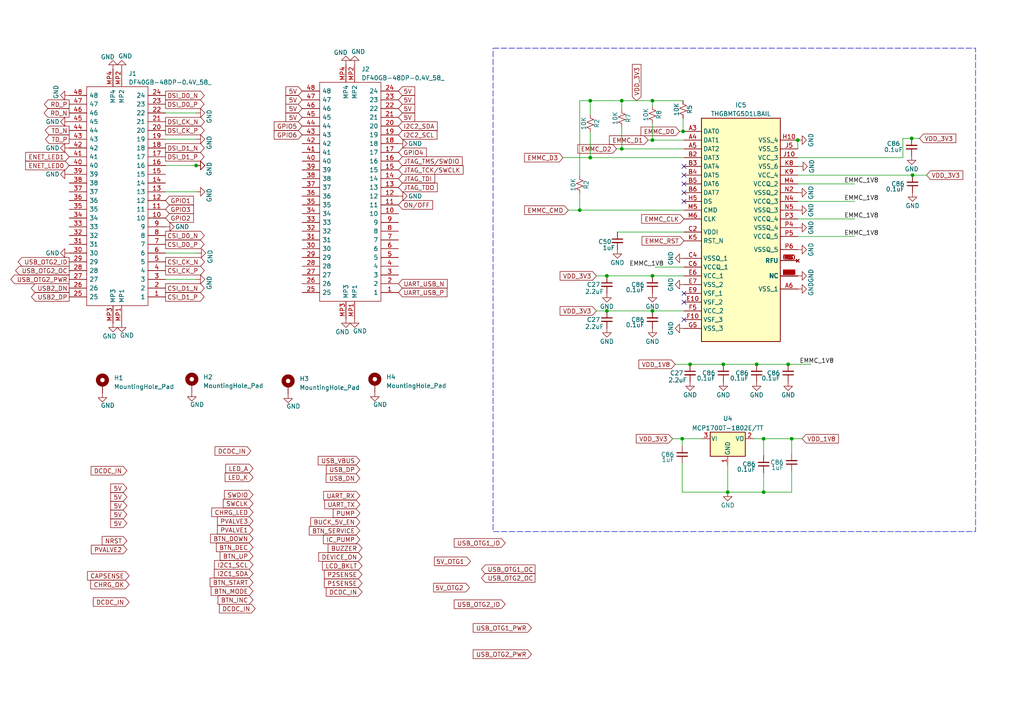
<source format=kicad_sch>
(kicad_sch (version 20230121) (generator eeschema)
  (paper "A4")
  (junction (at 171.196 29.21))
  (junction (at 176.022 80.01))
  (junction (at 221.488 142.748))
  (junction (at 56.896 48.006))
  (junction (at 228.6 105.664))
  (junction (at 231.394 40.64))
  (junction (at 200.152 105.664))
  (junction (at 189.23 80.01))
  (junction (at 209.804 105.664))
  (junction (at 180.34 43.18))
  (junction (at 221.488 127.254))
  (junction (at 171.196 45.72))
  (junction (at 229.616 127.254))
  (junction (at 168.148 60.96))
  (junction (at 198.12 38.1))
  (junction (at 211.074 142.748))
  (junction (at 219.456 105.664))
  (junction (at 189.23 40.64))
  (junction (at 180.34 29.21))
  (junction (at 176.022 90.17))
  (junction (at 264.414 40.132))
  (junction (at 197.866 127.254))
  (junction (at 189.23 90.17))
  (junction (at 189.23 29.21))
  (junction (at 264.668 50.8))
  (no_connect (at 198.374 87.63))
  (no_connect (at 198.374 53.34))
  (no_connect (at 198.374 48.26))
  (no_connect (at 198.374 50.8))
  (no_connect (at 198.374 85.09))
  (no_connect (at 198.374 55.88))
  (no_connect (at 198.374 92.71))
  (no_connect (at 198.374 58.42))
  (wire (pts (xy 200.152 105.664) (xy 209.804 105.664)))
  (wire (pts (xy 229.616 136.652) (xy 229.616 142.748)))
  (wire (pts (xy 171.196 29.21) (xy 180.34 29.21)))
  (wire (pts (xy 197.866 134.366) (xy 197.866 142.748)))
  (wire (pts (xy 48.006 73.406) (xy 57.15 73.406)))
  (wire (pts (xy 198.374 38.1) (xy 198.12 38.1)))
  (wire (pts (xy 180.34 36.83) (xy 180.34 43.18)))
  (wire (pts (xy 187.96 40.64) (xy 189.23 40.64)))
  (wire (pts (xy 231.394 63.5) (xy 247.904 63.5)))
  (wire (pts (xy 56.896 48.006) (xy 48.006 48.006)))
  (wire (pts (xy 197.866 142.748) (xy 211.074 142.748)))
  (wire (pts (xy 197.104 38.1) (xy 198.12 38.1)))
  (wire (pts (xy 211.074 134.874) (xy 211.074 142.748)))
  (wire (pts (xy 231.648 48.26) (xy 231.394 48.26)))
  (wire (pts (xy 189.23 35.814) (xy 189.23 40.64)))
  (wire (pts (xy 56.896 40.386) (xy 48.006 40.386)))
  (wire (pts (xy 197.866 127.254) (xy 197.866 129.286)))
  (wire (pts (xy 195.834 105.664) (xy 200.152 105.664)))
  (wire (pts (xy 229.616 127.254) (xy 232.664 127.254)))
  (wire (pts (xy 203.454 127.254) (xy 197.866 127.254)))
  (wire (pts (xy 189.23 90.17) (xy 198.374 90.17)))
  (wire (pts (xy 189.23 80.01) (xy 198.374 80.01)))
  (wire (pts (xy 211.074 142.748) (xy 221.488 142.748)))
  (wire (pts (xy 229.616 127.254) (xy 229.616 131.572)))
  (wire (pts (xy 261.874 40.132) (xy 261.874 45.72)))
  (wire (pts (xy 176.022 80.01) (xy 189.23 80.01)))
  (wire (pts (xy 231.394 68.58) (xy 247.904 68.58)))
  (wire (pts (xy 56.896 32.766) (xy 48.006 32.766)))
  (wire (pts (xy 198.374 40.64) (xy 189.23 40.64)))
  (wire (pts (xy 198.12 34.29) (xy 198.12 38.1)))
  (wire (pts (xy 56.896 55.626) (xy 48.006 55.626)))
  (wire (pts (xy 189.23 29.21) (xy 198.12 29.21)))
  (wire (pts (xy 264.414 40.132) (xy 261.874 40.132)))
  (wire (pts (xy 171.196 33.274) (xy 171.196 29.21)))
  (wire (pts (xy 171.196 45.72) (xy 198.374 45.72)))
  (wire (pts (xy 168.148 29.21) (xy 171.196 29.21)))
  (wire (pts (xy 266.7 40.132) (xy 264.414 40.132)))
  (wire (pts (xy 198.374 43.18) (xy 180.34 43.18)))
  (wire (pts (xy 218.694 127.254) (xy 221.488 127.254)))
  (wire (pts (xy 221.488 127.254) (xy 229.616 127.254)))
  (wire (pts (xy 178.816 43.18) (xy 180.34 43.18)))
  (wire (pts (xy 231.394 50.8) (xy 264.668 50.8)))
  (wire (pts (xy 189.992 77.47) (xy 198.374 77.47)))
  (wire (pts (xy 164.846 60.96) (xy 168.148 60.96)))
  (wire (pts (xy 171.196 38.354) (xy 171.196 45.72)))
  (wire (pts (xy 172.974 90.17) (xy 176.022 90.17)))
  (wire (pts (xy 231.394 40.64) (xy 231.394 43.18)))
  (wire (pts (xy 268.732 50.8) (xy 264.668 50.8)))
  (wire (pts (xy 176.022 90.17) (xy 189.23 90.17)))
  (wire (pts (xy 189.23 30.734) (xy 189.23 29.21)))
  (wire (pts (xy 168.148 60.96) (xy 198.374 60.96)))
  (wire (pts (xy 261.874 45.72) (xy 231.394 45.72)))
  (wire (pts (xy 228.6 105.664) (xy 235.204 105.664)))
  (wire (pts (xy 209.804 105.664) (xy 219.456 105.664)))
  (wire (pts (xy 221.488 127.254) (xy 221.488 132.08)))
  (wire (pts (xy 163.322 45.72) (xy 171.196 45.72)))
  (wire (pts (xy 221.488 142.748) (xy 229.616 142.748)))
  (wire (pts (xy 231.394 53.34) (xy 247.904 53.34)))
  (wire (pts (xy 180.34 29.21) (xy 189.23 29.21)))
  (wire (pts (xy 179.07 67.31) (xy 198.374 67.31)))
  (wire (pts (xy 221.488 137.16) (xy 221.488 142.748)))
  (wire (pts (xy 195.072 127.254) (xy 197.866 127.254)))
  (wire (pts (xy 180.34 31.75) (xy 180.34 29.21)))
  (wire (pts (xy 172.974 80.01) (xy 176.022 80.01)))
  (wire (pts (xy 219.456 105.664) (xy 228.6 105.664)))
  (wire (pts (xy 168.148 51.054) (xy 168.148 29.21)))
  (wire (pts (xy 168.148 56.134) (xy 168.148 60.96)))
  (wire (pts (xy 231.394 58.42) (xy 247.904 58.42)))
  (wire (pts (xy 56.896 81.026) (xy 48.006 81.026)))
  (rectangle (start 143.002 13.97) (end 282.956 154.178) (stroke (width 0) (type dash)))
  (label "EMMC_1V8" (at 244.856 63.5 0))
  (label "EMMC_1V8" (at 244.856 68.58 0))
  (label "EMMC_1V8" (at 244.856 58.42 0))
  (label "EMMC_1V8" (at 244.856 53.34 0))
  (label "EMMC_1V8" (at 192.532 77.47 180))
  (label "EMMC_1V8" (at 231.902 105.664 0))
  (global_label "USB_OTG1_ID" (shape input) (at 146.558 157.48 180) (property "Intersheetrefs" "${INTERSHEET_REFS}" (effects hide)))
  (global_label "BTN_MODE" (shape input) (at 73.406 171.45 180) (property "Intersheetrefs" "${INTERSHEET_REFS}" (effects hide)))
  (global_label "UART_USB_P" (shape input) (at 115.57 84.836 0) (property "Intersheetrefs" "${INTERSHEET_REFS}" (effects hide)))
  (global_label "EMMC_D2" (shape input) (at 178.816 43.18 180) (property "Intersheetrefs" "${INTERSHEET_REFS}" (effects hide)))
  (global_label "LED_K" (shape input) (at 73.406 138.43 180) (property "Intersheetrefs" "${INTERSHEET_REFS}" (effects hide)))
  (global_label "VDD_3V3" (shape input) (at 266.7 40.132 0) (property "Intersheetrefs" "${INTERSHEET_REFS}" (effects hide)))
  (global_label "USB_OTG2_PWR" (shape output) (at 20.066 81.026 180) (property "Intersheetrefs" "${INTERSHEET_REFS}" (effects hide)))
  (global_label "USB_OTG2_OC" (shape output) (at 20.066 78.486 180) (property "Intersheetrefs" "${INTERSHEET_REFS}" (effects hide)))
  (global_label "USB_OTG2_ID" (shape output) (at 20.066 75.946 180) (property "Intersheetrefs" "${INTERSHEET_REFS}" (effects hide)))
  (global_label "DSI_D1_N" (shape output) (at 48.006 42.926 0) (property "Intersheetrefs" "${INTERSHEET_REFS}" (effects hide)))
  (global_label "LCD_BKLT" (shape input) (at 105.029 164.084 180) (property "Intersheetrefs" "${INTERSHEET_REFS}" (effects hide)))
  (global_label "VDD_3V3" (shape input) (at 172.974 90.17 180) (property "Intersheetrefs" "${INTERSHEET_REFS}" (effects hide)))
  (global_label "BTN_UP" (shape input) (at 73.406 161.29 180) (property "Intersheetrefs" "${INTERSHEET_REFS}" (effects hide)))
  (global_label "GPIO3" (shape input) (at 48.006 60.706 0) (property "Intersheetrefs" "${INTERSHEET_REFS}" (effects hide)))
  (global_label "EMMC_CLK" (shape input) (at 198.374 63.5 180) (property "Intersheetrefs" "${INTERSHEET_REFS}" (effects hide)))
  (global_label "TD_N" (shape output) (at 20.066 37.846 180) (property "Intersheetrefs" "${INTERSHEET_REFS}" (effects hide)))
  (global_label "VDD_3V3" (shape input) (at 268.732 50.8 0) (property "Intersheetrefs" "${INTERSHEET_REFS}" (effects hide)))
  (global_label "5V" (shape input) (at 36.83 151.765 180) (property "Intersheetrefs" "${INTERSHEET_REFS}" (effects hide)))
  (global_label "EMMC_RST" (shape input) (at 198.374 69.85 180) (property "Intersheetrefs" "${INTERSHEET_REFS}" (effects hide)))
  (global_label "UART_USB_N" (shape input) (at 115.57 82.296 0) (property "Intersheetrefs" "${INTERSHEET_REFS}" (effects hide)))
  (global_label "IC_PUMP" (shape input) (at 104.394 156.464 180) (property "Intersheetrefs" "${INTERSHEET_REFS}" (effects hide)))
  (global_label "UART_TX" (shape input) (at 104.394 146.304 180) (property "Intersheetrefs" "${INTERSHEET_REFS}" (effects hide)))
  (global_label "P2SENSE" (shape input) (at 105.029 166.624 180) (property "Intersheetrefs" "${INTERSHEET_REFS}" (effects hide)))
  (global_label "5V" (shape input) (at 36.83 149.225 180) (property "Intersheetrefs" "${INTERSHEET_REFS}" (effects hide)))
  (global_label "DCDC_IN" (shape input) (at 72.771 130.81 180) (property "Intersheetrefs" "${INTERSHEET_REFS}" (effects hide)))
  (global_label "I2C2_SDA" (shape input) (at 115.57 36.576 0) (property "Intersheetrefs" "${INTERSHEET_REFS}" (effects hide)))
  (global_label "5V" (shape input) (at 115.57 28.956 0) (property "Intersheetrefs" "${INTERSHEET_REFS}" (effects hide)))
  (global_label "RD_P" (shape output) (at 20.066 30.226 180) (property "Intersheetrefs" "${INTERSHEET_REFS}" (effects hide)))
  (global_label "CSI_D1_P" (shape output) (at 48.006 86.106 0) (property "Intersheetrefs" "${INTERSHEET_REFS}" (effects hide)))
  (global_label "5V" (shape input) (at 115.57 34.036 0) (property "Intersheetrefs" "${INTERSHEET_REFS}" (effects hide)))
  (global_label "DCDC_IN" (shape input) (at 36.83 136.525 180) (property "Intersheetrefs" "${INTERSHEET_REFS}" (effects hide)))
  (global_label "DSI_D1_P" (shape output) (at 48.006 45.466 0) (property "Intersheetrefs" "${INTERSHEET_REFS}" (effects hide)))
  (global_label "GPIO6" (shape input) (at 87.63 39.116 180) (property "Intersheetrefs" "${INTERSHEET_REFS}" (effects hide)))
  (global_label "5V" (shape input) (at 87.63 28.956 180) (property "Intersheetrefs" "${INTERSHEET_REFS}" (effects hide)))
  (global_label "LED_A" (shape input) (at 73.406 135.89 180) (property "Intersheetrefs" "${INTERSHEET_REFS}" (effects hide)))
  (global_label "VDD_1V8" (shape input) (at 195.834 105.664 180) (property "Intersheetrefs" "${INTERSHEET_REFS}" (effects hide)))
  (global_label "GPIO1" (shape input) (at 48.006 58.166 0) (property "Intersheetrefs" "${INTERSHEET_REFS}" (effects hide)))
  (global_label "JTAG_TDI" (shape input) (at 115.57 51.816 0) (property "Intersheetrefs" "${INTERSHEET_REFS}" (effects hide)))
  (global_label "SWDIO" (shape input) (at 73.406 143.51 180) (property "Intersheetrefs" "${INTERSHEET_REFS}" (effects hide)))
  (global_label "GPIO4" (shape input) (at 115.57 44.196 0) (property "Intersheetrefs" "${INTERSHEET_REFS}" (effects hide)))
  (global_label "BTN_SERVICE" (shape input) (at 104.394 153.924 180) (property "Intersheetrefs" "${INTERSHEET_REFS}" (effects hide)))
  (global_label "JTAG_TDO" (shape input) (at 115.57 54.356 0) (property "Intersheetrefs" "${INTERSHEET_REFS}" (effects hide)))
  (global_label "TD_P" (shape output) (at 20.066 40.386 180) (property "Intersheetrefs" "${INTERSHEET_REFS}" (effects hide)))
  (global_label "5V" (shape input) (at 87.63 31.496 180) (property "Intersheetrefs" "${INTERSHEET_REFS}" (effects hide)))
  (global_label "BTN_START" (shape input) (at 73.406 168.91 180) (property "Intersheetrefs" "${INTERSHEET_REFS}" (effects hide)))
  (global_label "USB2_DP" (shape output) (at 20.066 86.106 180) (property "Intersheetrefs" "${INTERSHEET_REFS}" (effects hide)))
  (global_label "USB_DP" (shape input) (at 104.394 136.144 180) (property "Intersheetrefs" "${INTERSHEET_REFS}" (effects hide)))
  (global_label "EMMC_D0" (shape input) (at 197.104 38.1 180) (property "Intersheetrefs" "${INTERSHEET_REFS}" (effects hide)))
  (global_label "DCDC_IN" (shape input) (at 74.041 176.53 180) (property "Intersheetrefs" "${INTERSHEET_REFS}" (effects hide)))
  (global_label "CSI_D1_N" (shape output) (at 48.006 83.566 0) (property "Intersheetrefs" "${INTERSHEET_REFS}" (effects hide)))
  (global_label "ENET_LED1" (shape input) (at 20.066 45.466 180) (property "Intersheetrefs" "${INTERSHEET_REFS}" (effects hide)))
  (global_label "RD_N" (shape output) (at 20.066 32.766 180) (property "Intersheetrefs" "${INTERSHEET_REFS}" (effects hide)))
  (global_label "VDD_1V8" (shape input) (at 232.664 127.254 0) (property "Intersheetrefs" "${INTERSHEET_REFS}" (effects hide)))
  (global_label "DSI_D0_N" (shape output) (at 48.006 27.686 0) (property "Intersheetrefs" "${INTERSHEET_REFS}" (effects hide)))
  (global_label "DCDC_IN" (shape input) (at 105.029 171.704 180) (property "Intersheetrefs" "${INTERSHEET_REFS}" (effects hide)))
  (global_label "PVALVE1" (shape input) (at 73.406 153.67 180) (property "Intersheetrefs" "${INTERSHEET_REFS}" (effects hide)))
  (global_label "VDD_3V3" (shape input) (at 172.974 80.01 180) (property "Intersheetrefs" "${INTERSHEET_REFS}" (effects hide)))
  (global_label "VDD_3V3" (shape input) (at 195.072 127.254 180) (property "Intersheetrefs" "${INTERSHEET_REFS}" (effects hide)))
  (global_label "SWCLK" (shape input) (at 73.406 146.05 180) (property "Intersheetrefs" "${INTERSHEET_REFS}" (effects hide)))
  (global_label "BTN_DEC" (shape input) (at 73.406 158.75 180) (property "Intersheetrefs" "${INTERSHEET_REFS}" (effects hide)))
  (global_label "I2C1_SCL" (shape input) (at 73.406 163.83 180) (property "Intersheetrefs" "${INTERSHEET_REFS}" (effects hide)))
  (global_label "ENET_LED0" (shape input) (at 20.066 48.006 180) (property "Intersheetrefs" "${INTERSHEET_REFS}" (effects hide)))
  (global_label "CHRG_LED" (shape input) (at 73.406 148.59 180) (property "Intersheetrefs" "${INTERSHEET_REFS}" (effects hide)))
  (global_label "BTN_INC" (shape input) (at 73.406 173.99 180) (property "Intersheetrefs" "${INTERSHEET_REFS}" (effects hide)))
  (global_label "USB_DN" (shape input) (at 104.394 138.684 180) (property "Intersheetrefs" "${INTERSHEET_REFS}" (effects hide)))
  (global_label "JTAG_TCK{slash}SWCLK" (shape input) (at 115.57 49.276 0) (property "Intersheetrefs" "${INTERSHEET_REFS}" (effects hide)))
  (global_label "CSI_CK_P" (shape output) (at 48.006 78.486 0) (property "Intersheetrefs" "${INTERSHEET_REFS}" (effects hide)))
  (global_label "JTAG_TMS{slash}SWDIO" (shape input) (at 115.57 46.736 0) (property "Intersheetrefs" "${INTERSHEET_REFS}" (effects hide)))
  (global_label "5V" (shape input) (at 115.57 26.416 0) (property "Intersheetrefs" "${INTERSHEET_REFS}" (effects hide)))
  (global_label "ON{slash}OFF" (shape input) (at 115.57 59.436 0) (property "Intersheetrefs" "${INTERSHEET_REFS}" (effects hide)))
  (global_label "PVALVE3" (shape input) (at 73.406 151.13 180) (property "Intersheetrefs" "${INTERSHEET_REFS}" (effects hide)))
  (global_label "BTN_DOWN" (shape input) (at 73.406 156.21 180) (property "Intersheetrefs" "${INTERSHEET_REFS}" (effects hide)))
  (global_label "I2C2_SCL" (shape input) (at 115.57 39.116 0) (property "Intersheetrefs" "${INTERSHEET_REFS}" (effects hide)))
  (global_label "I2C1_SDA" (shape input) (at 73.406 166.37 180) (property "Intersheetrefs" "${INTERSHEET_REFS}" (effects hide)))
  (global_label "EMMC_D3" (shape input) (at 163.322 45.72 180) (property "Intersheetrefs" "${INTERSHEET_REFS}" (effects hide)))
  (global_label "BUCK_5V_EN" (shape input) (at 104.394 151.384 180) (property "Intersheetrefs" "${INTERSHEET_REFS}" (effects hide)))
  (global_label "PUMP" (shape input) (at 104.394 148.844 180) (property "Intersheetrefs" "${INTERSHEET_REFS}" (effects hide)))
  (global_label "5V" (shape input) (at 115.57 31.496 0) (property "Intersheetrefs" "${INTERSHEET_REFS}" (effects hide)))
  (global_label "USB_OTG1_PWR" (shape input) (at 154.178 182.118 180) (property "Intersheetrefs" "${INTERSHEET_REFS}" (effects hide)))
  (global_label "5V" (shape input) (at 36.83 146.685 180) (property "Intersheetrefs" "${INTERSHEET_REFS}" (effects hide)))
  (global_label "5V_OTG2" (shape output) (at 125.73 170.434 0) (property "Intersheetrefs" "${INTERSHEET_REFS}" (effects hide)))
  (global_label "USB_OTG1_OC" (shape output) (at 155.194 165.1 180) (property "Intersheetrefs" "${INTERSHEET_REFS}" (effects hide)))
  (global_label "USB2_DN" (shape output) (at 20.066 83.566 180) (property "Intersheetrefs" "${INTERSHEET_REFS}" (effects hide)))
  (global_label "5V" (shape input) (at 36.83 141.605 180) (property "Intersheetrefs" "${INTERSHEET_REFS}" (effects hide)))
  (global_label "GPIO2" (shape input) (at 48.006 63.246 0) (property "Intersheetrefs" "${INTERSHEET_REFS}" (effects hide)))
  (global_label "CAPSENSE" (shape input) (at 37.465 167.005 180) (property "Intersheetrefs" "${INTERSHEET_REFS}" (effects hide)))
  (global_label "USB_OTG2_PWR" (shape input) (at 154.178 189.738 180) (property "Intersheetrefs" "${INTERSHEET_REFS}" (effects hide)))
  (global_label "USB_OTG2_ID" (shape input) (at 146.558 175.26 180) (property "Intersheetrefs" "${INTERSHEET_REFS}" (effects hide)))
  (global_label "DEVICE_ON" (shape input) (at 105.029 161.544 180) (property "Intersheetrefs" "${INTERSHEET_REFS}" (effects hide)))
  (global_label "USB_VBUS" (shape input) (at 104.394 133.604 180) (property "Intersheetrefs" "${INTERSHEET_REFS}" (effects hide)))
  (global_label "CSI_D0_P" (shape output) (at 48.006 70.866 0) (property "Intersheetrefs" "${INTERSHEET_REFS}" (effects hide)))
  (global_label "USB_OTG2_OC" (shape output) (at 155.194 167.64 180) (property "Intersheetrefs" "${INTERSHEET_REFS}" (effects hide)))
  (global_label "PVALVE2" (shape input) (at 36.83 159.385 180) (property "Intersheetrefs" "${INTERSHEET_REFS}" (effects hide)))
  (global_label "P1SENSE" (shape input) (at 105.029 169.164 180) (property "Intersheetrefs" "${INTERSHEET_REFS}" (effects hide)))
  (global_label "UART_RX" (shape input) (at 104.394 143.764 180) (property "Intersheetrefs" "${INTERSHEET_REFS}" (effects hide)))
  (global_label "DCDC_IN" (shape input) (at 37.465 174.625 180) (property "Intersheetrefs" "${INTERSHEET_REFS}" (effects hide)))
  (global_label "CSI_CK_N" (shape output) (at 48.006 75.946 0) (property "Intersheetrefs" "${INTERSHEET_REFS}" (effects hide)))
  (global_label "DSI_CK_P" (shape output) (at 48.006 37.846 0) (property "Intersheetrefs" "${INTERSHEET_REFS}" (effects hide)))
  (global_label "5V" (shape input) (at 87.63 34.036 180) (property "Intersheetrefs" "${INTERSHEET_REFS}" (effects hide)))
  (global_label "EMMC_CMD" (shape input) (at 164.846 60.96 180) (property "Intersheetrefs" "${INTERSHEET_REFS}" (effects hide)))
  (global_label "DSI_CK_N" (shape output) (at 48.006 35.306 0) (property "Intersheetrefs" "${INTERSHEET_REFS}" (effects hide)))
  (global_label "VDD_3V3" (shape input) (at 184.658 29.21 90) (property "Intersheetrefs" "${INTERSHEET_REFS}" (effects hide)))
  (global_label "GPIO5" (shape input) (at 87.63 36.576 180) (property "Intersheetrefs" "${INTERSHEET_REFS}" (effects hide)))
  (global_label "CHRG_OK" (shape input) (at 37.465 169.545 180) (property "Intersheetrefs" "${INTERSHEET_REFS}" (effects hide)))
  (global_label "CSI_D0_N" (shape output) (at 48.006 68.326 0) (property "Intersheetrefs" "${INTERSHEET_REFS}" (effects hide)))
  (global_label "BUZZER" (shape input) (at 105.029 159.004 180) (property "Intersheetrefs" "${INTERSHEET_REFS}" (effects hide)))
  (global_label "5V" (shape input) (at 87.63 26.416 180) (property "Intersheetrefs" "${INTERSHEET_REFS}" (effects hide)))
  (global_label "5V" (shape input) (at 36.83 144.145 180) (property "Intersheetrefs" "${INTERSHEET_REFS}" (effects hide)))
  (global_label "5V_OTG1" (shape output) (at 125.984 162.814 0) (property "Intersheetrefs" "${INTERSHEET_REFS}" (effects hide)))
  (global_label "DSI_D0_P" (shape output) (at 48.006 30.226 0) (property "Intersheetrefs" "${INTERSHEET_REFS}" (effects hide)))
  (global_label "NRST" (shape input) (at 36.83 156.845 180) (property "Intersheetrefs" "${INTERSHEET_REFS}" (effects hide)))
  (global_label "EMMC_D1" (shape input) (at 187.96 40.64 180) (property "Intersheetrefs" "${INTERSHEET_REFS}" (effects hide)))
  (symbol (lib_id "Mechanical:MountingHole_Pad") (at 83.566 111.76 0) (unit 1)
    (property "Reference" "H3" (at 86.868 109.855 0) (effects (justify left)))
    (property "Value" "MountingHole_Pad" (at 86.868 112.395 0) (effects (justify left)))
    (property "Footprint" "MountingHole:MountingHole_2.2mm_M2_Pad_Via" (effects hide))
  )
  (symbol (lib_id "power:GND") (at 179.07 72.39 0) (unit 1)
    (property "Reference" "#PWR074" (effects hide))
    (property "Value" "GND" (at 179.07 76.2 0))
    (instances (project "i.MXRT SoM" (path "" (reference "#PWR074") (unit 1)) (path "" (reference "#PWR081") (unit 1))))
  )
  (symbol (lib_id "power:GND") (at 102.87 92.456 0) (unit 1)
    (property "Reference" "#PWR054" (effects hide))
    (property "Value" "GND" (at 104.394 96.012 0))
  )
  (symbol (lib_id "power:GND") (at 32.766 20.066 180) (unit 1)
    (property "Reference" "#PWR068" (effects hide))
    (property "Value" "GND" (at 31.242 16.51 0))
  )
  (symbol (lib_id "power:GND") (at 176.022 95.25 0) (unit 1)
    (property "Reference" "#PWR074" (effects hide))
    (property "Value" "GND" (at 176.022 99.06 0))
    (instances (project "i.MXRT SoM" (path "" (reference "#PWR074") (unit 1)) (path "" (reference "#PWR083") (unit 1))))
  )
  (symbol (lib_id "power:GND") (at 176.022 85.09 0) (unit 1)
    (property "Reference" "#PWR074" (effects hide))
    (property "Value" "GND" (at 176.022 88.9 0))
    (instances (project "i.MXRT SoM" (path "" (reference "#PWR074") (unit 1)) (path "" (reference "#PWR082") (unit 1))))
  )
  (symbol (lib_id "Device:C_Small") (at 264.414 42.672 180) (unit 1)
    (property "Reference" "C86" (at 261.112 41.656 0) (effects (justify left)))
    (property "Value" "0.1uF" (at 261.874 43.434 0) (effects (justify left)))
    (property "Footprint" "Capacitor_SMD:C_0603_1608Metric" (effects hide))
    (instances (project "i.MXRT SoM" (path "" (reference "C86") (unit 1)) (path "" (reference "C90") (unit 1))))
  )
  (symbol (lib_id "Device:C_Small") (at 176.022 82.55 0) (unit 1)
    (property "Reference" "C27" (at 170.18 82.55 0) (effects (justify left)))
    (property "Value" "2.2uF" (at 169.672 84.582 0) (effects (justify left)))
    (property "Footprint" "Capacitor_SMD:C_0603_1608Metric" (effects hide))
    (instances (project "i.MXRT SoM" (path "" (reference "C27") (unit 1)) (path "" (reference "C74") (unit 1))))
  )
  (symbol (lib_id "power:GND") (at 56.896 48.006 90) (unit 1)
    (property "Reference" "#PWR0102" (effects hide))
    (property "Value" "GND" (at 60.706 49.022 0))
  )
  (symbol (lib_id "power:GND") (at 219.456 110.744 0) (unit 1)
    (property "Reference" "#PWR074" (effects hide))
    (property "Value" "GND" (at 219.456 114.554 0))
    (instances (project "i.MXRT SoM" (path "" (reference "#PWR074") (unit 1)) (path "" (reference "#PWR090") (unit 1))))
  )
  (symbol (lib_id "power:GND") (at 20.066 50.546 270) (unit 1)
    (property "Reference" "#PWR060" (effects hide))
    (property "Value" "GND" (at 15.24 50.546 90))
  )
  (symbol (lib_id "power:GND") (at 100.33 92.456 0) (unit 1)
    (property "Reference" "#PWR050" (effects hide))
    (property "Value" "GND" (at 99.314 96.266 0))
  )
  (symbol (lib_id "power:GND") (at 211.074 142.748 0) (unit 1)
    (property "Reference" "#PWR053" (effects hide))
    (property "Value" "GND" (at 211.074 146.558 0))
    (instances (project "i.MXRT SoM" (path "" (reference "#PWR053") (unit 1)) (path "" (reference "#PWR092") (unit 1))))
  )
  (symbol (lib_id "Device:C_Small") (at 197.866 131.826 180) (unit 1)
    (property "Reference" "C86" (at 195.58 131.826 0) (effects (justify left)))
    (property "Value" "1uF" (at 195.58 133.35 0) (effects (justify left)))
    (property "Footprint" "Capacitor_SMD:C_0603_1608Metric" (effects hide))
  )
  (symbol (lib_id "power:GND") (at 83.566 114.3 0) (unit 1)
    (property "Reference" "#PWR095" (effects hide))
    (property "Value" "GND" (at 85.09 117.856 0))
  )
  (symbol (lib_id "power:GND") (at 231.648 48.26 90) (unit 1)
    (property "Reference" "#PWR074" (effects hide))
    (property "Value" "GND" (at 235.458 48.26 0))
    (instances (project "i.MXRT SoM" (path "" (reference "#PWR074") (unit 1)) (path "" (reference "#PWR075") (unit 1))))
  )
  (symbol (lib_id "power:GND") (at 35.306 93.726 0) (unit 1)
    (property "Reference" "#PWR049" (effects hide))
    (property "Value" "GND" (at 36.83 97.282 0))
  )
  (symbol (lib_id "Device:C_Small") (at 209.804 108.204 180) (unit 1)
    (property "Reference" "C86" (at 207.518 108.204 0) (effects (justify left)))
    (property "Value" "0.1uF" (at 207.518 109.728 0) (effects (justify left)))
    (property "Footprint" "Capacitor_SMD:C_0603_1608Metric" (effects hide))
    (instances (project "i.MXRT SoM" (path "" (reference "C86") (unit 1)) (path "" (reference "C93") (unit 1))))
  )
  (symbol (lib_id "power:GND") (at 56.896 40.386 90) (unit 1)
    (property "Reference" "#PWR0101" (effects hide))
    (property "Value" "GND" (at 60.706 41.402 0))
  )
  (symbol (lib_id "power:GND") (at 231.394 80.01 90) (unit 1)
    (property "Reference" "#PWR074" (effects hide))
    (property "Value" "GND" (at 235.204 80.01 0))
    (instances (project "i.MXRT SoM" (path "" (reference "#PWR074") (unit 1)) (path "" (reference "#PWR039") (unit 1))))
  )
  (symbol (lib_id "Device:C_Small") (at 221.488 134.62 180) (unit 1)
    (property "Reference" "C86" (at 219.202 134.62 0) (effects (justify left)))
    (property "Value" "0.1uF" (at 219.202 136.144 0) (effects (justify left)))
    (property "Footprint" "Capacitor_SMD:C_0402_1005Metric" (effects hide))
    (instances (project "i.MXRT SoM" (path "" (reference "C86") (unit 1)) (path "" (reference "C96") (unit 1))))
  )
  (symbol (lib_id "Mechanical:MountingHole_Pad") (at 108.712 111.252 0) (unit 1)
    (property "Reference" "H4" (at 112.014 109.347 0) (effects (justify left)))
    (property "Value" "MountingHole_Pad" (at 112.014 111.887 0) (effects (justify left)))
    (property "Footprint" "MountingHole:MountingHole_2.2mm_M2_Pad_Via" (effects hide))
  )
  (symbol (lib_id "Device:C_Small") (at 176.022 92.71 0) (unit 1)
    (property "Reference" "C27" (at 170.18 92.71 0) (effects (justify left)))
    (property "Value" "2.2uF" (at 169.672 94.742 0) (effects (justify left)))
    (property "Footprint" "Capacitor_SMD:C_0603_1608Metric" (effects hide))
    (instances (project "i.MXRT SoM" (path "" (reference "C27") (unit 1)) (path "" (reference "C75") (unit 1))))
  )
  (symbol (lib_id "power:GND") (at 231.394 72.39 90) (unit 1)
    (property "Reference" "#PWR074" (effects hide))
    (property "Value" "GND" (at 235.204 72.39 0))
    (instances (project "i.MXRT SoM" (path "" (reference "#PWR074") (unit 1)) (path "" (reference "#PWR078") (unit 1))))
  )
  (symbol (lib_id "Regulator_Linear:LD1117S33TR_SOT223") (at 211.074 127.254 0) (unit 1)
    (property "Reference" "U4" (at 211.074 121.3825 0))
    (property "Value" "MCP1700T-1802E/TT" (at 211.074 124.1576 0))
    (property "Footprint" "Package_TO_SOT_SMD:SOT-23" (effects hide))
    (instances (project "i.MXRT SoM" (path "" (reference "U4") (unit 1)) (path "" (reference "U7") (unit 1))))
  )
  (symbol (lib_id "power:GND") (at 56.896 32.766 90) (unit 1)
    (property "Reference" "#PWR0100" (effects hide))
    (property "Value" "GND" (at 60.706 33.782 0))
  )
  (symbol (lib_id "power:GND") (at 57.15 73.406 90) (unit 1)
    (property "Reference" "#PWR0103" (effects hide))
    (property "Value" "GND" (at 60.96 74.422 0))
  )
  (symbol (lib_id "Device:C_Small") (at 229.616 134.112 180) (unit 1)
    (property "Reference" "C86" (at 227.33 134.112 0) (effects (justify left)))
    (property "Value" "1uF" (at 227.33 135.636 0) (effects (justify left)))
    (property "Footprint" "Capacitor_SMD:C_0603_1608Metric" (effects hide))
    (instances (project "i.MXRT SoM" (path "" (reference "C86") (unit 1)) (path "" (reference "C98") (unit 1))))
  )
  (symbol (lib_id "power:GND") (at 48.006 65.786 90) (unit 1)
    (property "Reference" "#PWR061" (effects hide))
    (property "Value" "GND" (at 52.832 65.786 90))
  )
  (symbol (lib_id "Mechanical:MountingHole_Pad") (at 55.626 111.252 0) (unit 1)
    (property "Reference" "H2" (at 58.928 109.347 0) (effects (justify left)))
    (property "Value" "MountingHole_Pad" (at 58.928 111.887 0) (effects (justify left)))
    (property "Footprint" "MountingHole:MountingHole_2.2mm_M2_Pad_Via" (effects hide))
  )
  (symbol (lib_id "DF40GB-48DP-0.4V_58_:DF40GB-48DP-0.4V_58_") (at 100.33 92.456 90) (unit 1)
    (property "Reference" "J2" (at 104.8259 20.066 90) (effects (justify right)))
    (property "Value" "DF40GB-48DP-0.4V_58_" (at 104.8259 22.606 90) (effects (justify right)))
    (property "Footprint" "DF40GB48DP04V58" (effects hide))
    (property "Datasheet" "http://www.mouser.com/datasheet/2/185/DF40_catalog-939157.pdf" (effects hide))
    (property "Description" "Board to Board & Mezzanine Connectors 48P Hdr w/metal ftg use w/shlded product" (effects hide))
    (property "Height" "1.14" (effects hide))
    (property "Manufacturer_Name" "Hirose" (effects hide))
    (property "Manufacturer_Part_Number" "DF40GB-48DP-0.4V(58)" (effects hide))
    (property "Mouser Part Number" "798-DF40GB48DP04V58" (effects hide))
    (property "Mouser Price/Stock" "https://www.mouser.co.uk/ProductDetail/Hirose-Connector/DF40GB-48DP-0.4V58?qs=3QjNQwrZ4DXfbhNG%2Fp4zwQ%3D%3D" (effects hide))
  )
  (symbol (lib_id "power:GND") (at 32.766 93.726 0) (unit 1)
    (property "Reference" "#PWR044" (effects hide))
    (property "Value" "GND" (at 31.75 97.536 0))
  )
  (symbol (lib_id "power:GND") (at 29.718 114.046 0) (unit 1)
    (property "Reference" "#PWR093" (effects hide))
    (property "Value" "GND" (at 31.242 117.602 0))
  )
  (symbol (lib_id "Device:C_Small") (at 200.152 108.204 0) (unit 1)
    (property "Reference" "C27" (at 194.31 108.204 0) (effects (justify left)))
    (property "Value" "2.2uF" (at 193.802 110.236 0) (effects (justify left)))
    (property "Footprint" "Capacitor_SMD:C_0402_1005Metric" (effects hide))
    (instances (project "i.MXRT SoM" (path "" (reference "C27") (unit 1)) (path "" (reference "C92") (unit 1))))
  )
  (symbol (lib_id "power:GND") (at 264.414 45.212 0) (unit 1)
    (property "Reference" "#PWR074" (effects hide))
    (property "Value" "GND" (at 264.414 49.022 0))
    (instances (project "i.MXRT SoM" (path "" (reference "#PWR074") (unit 1)) (path "" (reference "#PWR086") (unit 1))))
  )
  (symbol (lib_id "power:GND") (at 228.6 110.744 0) (unit 1)
    (property "Reference" "#PWR074" (effects hide))
    (property "Value" "GND" (at 228.6 114.554 0))
    (instances (project "i.MXRT SoM" (path "" (reference "#PWR074") (unit 1)) (path "" (reference "#PWR091") (unit 1))))
  )
  (symbol (lib_id "Device:C_Small") (at 189.23 82.55 180) (unit 1)
    (property "Reference" "C86" (at 186.944 82.55 0) (effects (justify left)))
    (property "Value" "0.1uF" (at 186.944 84.074 0) (effects (justify left)))
    (property "Footprint" "Capacitor_SMD:C_0402_1005Metric" (effects hide))
    (instances (project "i.MXRT SoM" (path "" (reference "C86") (unit 1)) (path "" (reference "C76") (unit 1))))
  )
  (symbol (lib_id "power:GND") (at 231.394 83.82 90) (unit 1)
    (property "Reference" "#PWR074" (effects hide))
    (property "Value" "GND" (at 235.204 83.82 0))
    (instances (project "i.MXRT SoM" (path "" (reference "#PWR074") (unit 1)) (path "" (reference "#PWR071") (unit 1))))
  )
  (symbol (lib_id "power:GND") (at 55.626 113.792 0) (unit 1)
    (property "Reference" "#PWR094" (effects hide))
    (property "Value" "GND" (at 57.15 117.348 0))
  )
  (symbol (lib_id "power:GND") (at 231.394 40.64 90) (unit 1)
    (property "Reference" "#PWR074" (effects hide))
    (property "Value" "GND" (at 235.204 40.64 0))
  )
  (symbol (lib_id "power:GND") (at 20.066 73.406 270) (unit 1)
    (property "Reference" "#PWR062" (effects hide))
    (property "Value" "GND" (at 15.24 73.406 90))
  )
  (symbol (lib_id "power:GND") (at 56.896 55.626 90) (unit 1)
    (property "Reference" "#PWR097" (effects hide))
    (property "Value" "GND" (at 60.706 56.642 0))
  )
  (symbol (lib_id "power:GND") (at 100.33 18.796 180) (unit 1)
    (property "Reference" "#PWR067" (effects hide))
    (property "Value" "GND" (at 98.806 15.24 0))
  )
  (symbol (lib_id "Mechanical:MountingHole_Pad") (at 29.718 111.506 0) (unit 1)
    (property "Reference" "H1" (at 33.02 109.601 0) (effects (justify left)))
    (property "Value" "MountingHole_Pad" (at 33.02 112.141 0) (effects (justify left)))
    (property "Footprint" "MountingHole:MountingHole_2.2mm_M2_Pad_Via" (effects hide))
  )
  (symbol (lib_id "Device:C_Small") (at 228.6 108.204 180) (unit 1)
    (property "Reference" "C86" (at 226.314 108.204 0) (effects (justify left)))
    (property "Value" "0.1uF" (at 226.314 109.728 0) (effects (justify left)))
    (property "Footprint" "Capacitor_SMD:C_0603_1608Metric" (effects hide))
    (instances (project "i.MXRT SoM" (path "" (reference "C86") (unit 1)) (path "" (reference "C95") (unit 1))))
  )
  (symbol (lib_id "power:GND") (at 189.23 95.25 0) (unit 1)
    (property "Reference" "#PWR074" (effects hide))
    (property "Value" "GND" (at 189.23 99.06 0))
    (instances (project "i.MXRT SoM" (path "" (reference "#PWR074") (unit 1)) (path "" (reference "#PWR085") (unit 1))))
  )
  (symbol (lib_id "Device:R_Small_US") (at 189.23 33.274 180) (unit 1)
    (property "Reference" "R8" (at 191.135 33.274 90))
    (property "Value" "10K" (at 187.325 33.274 90))
    (property "Footprint" "Resistor_SMD:R_0402_1005Metric" (effects hide))
    (instances (project "i.MXRT SoM" (path "" (reference "R8") (unit 1)) (path "" (reference "R7") (unit 1))))
  )
  (symbol (lib_id "power:GND") (at 115.57 41.656 90) (unit 1)
    (property "Reference" "#PWR064" (effects hide))
    (property "Value" "GND" (at 120.396 41.656 90))
  )
  (symbol (lib_id "power:GND") (at 56.896 81.026 90) (unit 1)
    (property "Reference" "#PWR098" (effects hide))
    (property "Value" "GND" (at 60.706 82.042 0))
  )
  (symbol (lib_id "Device:R_Small_US") (at 180.34 34.29 180) (unit 1)
    (property "Reference" "R7" (at 182.245 34.29 90))
    (property "Value" "10K" (at 178.435 34.29 90))
    (property "Footprint" "Resistor_SMD:R_0402_1005Metric" (effects hide))
    (instances (project "i.MXRT SoM" (path "" (reference "R7") (unit 1)) (path "" (reference "R5") (unit 1))))
  )
  (symbol (lib_id "power:GND") (at 20.066 27.686 270) (unit 1)
    (property "Reference" "#PWR0118" (effects hide))
    (property "Value" "GND" (at 16.256 26.67 0))
  )
  (symbol (lib_id "power:GND") (at 209.804 110.744 0) (unit 1)
    (property "Reference" "#PWR074" (effects hide))
    (property "Value" "GND" (at 209.804 114.554 0))
    (instances (project "i.MXRT SoM" (path "" (reference "#PWR074") (unit 1)) (path "" (reference "#PWR089") (unit 1))))
  )
  (symbol (lib_id "power:GND") (at 115.57 56.896 90) (unit 1)
    (property "Reference" "#PWR0122" (effects hide))
    (property "Value" "GND" (at 120.396 56.896 90))
  )
  (symbol (lib_id "THGBMTG5D1LBAIL:THGBMTG5D1LBAIL") (at 198.374 33.02 0) (unit 1)
    (property "Reference" "IC5" (at 214.884 30.48 0))
    (property "Value" "THGBMTG5D1LBAIL" (at 214.884 33.02 0))
    (property "Footprint" "BGA153C50P14X14_1150X1300X80" (effects hide))
    (property "Datasheet" "https://static6.arrow.com/aropdfconversion/5b79d7e5222d5200711a0ed1082b7aa51b6d9eb4/xia_thgbmtg5d1lbail15nm4gbe-mmcver5.0_e_rev.1.0_20211007.pdf" (effects hide))
    (property "Height" "0.8" (effects hide))
    (property "Mouser Part Number" "757-THGBMTG5D1LBAIL" (effects hide))
    (property "Mouser Price/Stock" "https://www.mouser.co.uk/ProductDetail/Kioxia-America/THGBMTG5D1LBAIL?qs=Znm5pLBrcAKPRFVhV%252B0AbQ%3D%3D" (effects hide))
    (property "Manufacturer_Name" "KIOXIA Corporation" (effects hide))
    (property "Manufacturer_Part_Number" "THGBMTG5D1LBAIL" (effects hide))
  )
  (symbol (lib_id "power:GND") (at 231.394 66.04 90) (unit 1)
    (property "Reference" "#PWR074" (effects hide))
    (property "Value" "GND" (at 235.204 66.04 0))
    (instances (project "i.MXRT SoM" (path "" (reference "#PWR074") (unit 1)) (path "" (reference "#PWR079") (unit 1))))
  )
  (symbol (lib_id "power:GND") (at 231.394 55.88 90) (unit 1)
    (property "Reference" "#PWR074" (effects hide))
    (property "Value" "GND" (at 235.204 55.88 0))
    (instances (project "i.MXRT SoM" (path "" (reference "#PWR074") (unit 1)) (path "" (reference "#PWR076") (unit 1))))
  )
  (symbol (lib_id "power:GND") (at 198.374 82.55 270) (unit 1)
    (property "Reference" "#PWR074" (effects hide))
    (property "Value" "GND" (at 194.564 82.55 0))
    (instances (project "i.MXRT SoM" (path "" (reference "#PWR074") (unit 1)) (path "" (reference "#PWR073") (unit 1))))
  )
  (symbol (lib_id "power:GND") (at 231.394 60.96 90) (unit 1)
    (property "Reference" "#PWR074" (effects hide))
    (property "Value" "GND" (at 235.204 60.96 0))
    (instances (project "i.MXRT SoM" (path "" (reference "#PWR074") (unit 1)) (path "" (reference "#PWR080") (unit 1))))
  )
  (symbol (lib_id "power:GND") (at 200.152 110.744 0) (unit 1)
    (property "Reference" "#PWR074" (effects hide))
    (property "Value" "GND" (at 200.152 114.554 0))
    (instances (project "i.MXRT SoM" (path "" (reference "#PWR074") (unit 1)) (path "" (reference "#PWR088") (unit 1))))
  )
  (symbol (lib_id "power:GND") (at 35.306 20.066 180) (unit 1)
    (property "Reference" "#PWR069" (effects hide))
    (property "Value" "GND" (at 36.322 16.256 0))
  )
  (symbol (lib_id "DF40GB-48DP-0.4V_58_:DF40GB-48DP-0.4V_58_") (at 32.766 93.726 90) (unit 1)
    (property "Reference" "J1" (at 37.2619 21.336 90) (effects (justify right)))
    (property "Value" "DF40GB-48DP-0.4V_58_" (at 37.2619 23.876 90) (effects (justify right)))
    (property "Footprint" "DF40GB48DP04V58" (effects hide))
    (property "Datasheet" "http://www.mouser.com/datasheet/2/185/DF40_catalog-939157.pdf" (effects hide))
    (property "Description" "Board to Board & Mezzanine Connectors 48P Hdr w/metal ftg use w/shlded product" (effects hide))
    (property "Height" "1.14" (effects hide))
    (property "Manufacturer_Name" "Hirose" (effects hide))
    (property "Manufacturer_Part_Number" "DF40GB-48DP-0.4V(58)" (effects hide))
    (property "Mouser Part Number" "798-DF40GB48DP04V58" (effects hide))
    (property "Mouser Price/Stock" "https://www.mouser.co.uk/ProductDetail/Hirose-Connector/DF40GB-48DP-0.4V58?qs=3QjNQwrZ4DXfbhNG%2Fp4zwQ%3D%3D" (effects hide))
  )
  (symbol (lib_id "Device:C_Small") (at 179.07 69.85 0) (unit 1)
    (property "Reference" "C50" (at 173.482 70.104 0) (effects (justify left)))
    (property "Value" "1uF" (at 174.752 71.882 0) (effects (justify left)))
    (property "Footprint" "Capacitor_SMD:C_0603_1608Metric" (effects hide))
    (instances (project "i.MXRT SoM" (path "" (reference "C50") (unit 1)) (path "" (reference "C73") (unit 1))))
  )
  (symbol (lib_id "power:GND") (at 264.668 55.88 0) (unit 1)
    (property "Reference" "#PWR074" (effects hide))
    (property "Value" "GND" (at 264.668 59.69 0))
    (instances (project "i.MXRT SoM" (path "" (reference "#PWR074") (unit 1)) (path "" (reference "#PWR087") (unit 1))))
  )
  (symbol (lib_id "power:GND") (at 198.374 95.25 270) (unit 1)
    (property "Reference" "#PWR074" (effects hide))
    (property "Value" "GND" (at 194.564 95.25 0))
    (instances (project "i.MXRT SoM" (path "" (reference "#PWR074") (unit 1)) (path "" (reference "#PWR077") (unit 1))))
  )
  (symbol (lib_id "Device:C_Small") (at 264.668 53.34 180) (unit 1)
    (property "Reference" "C86" (at 262.382 53.34 0) (effects (justify left)))
    (property "Value" "0.1uF" (at 262.382 54.864 0) (effects (justify left)))
    (property "Footprint" "Capacitor_SMD:C_0603_1608Metric" (effects hide))
    (instances (project "i.MXRT SoM" (path "" (reference "C86") (unit 1)) (path "" (reference "C91") (unit 1))))
  )
  (symbol (lib_id "Device:C_Small") (at 219.456 108.204 180) (unit 1)
    (property "Reference" "C86" (at 217.17 108.204 0) (effects (justify left)))
    (property "Value" "0.1uF" (at 217.17 109.728 0) (effects (justify left)))
    (property "Footprint" "Capacitor_SMD:C_0603_1608Metric" (effects hide))
    (instances (project "i.MXRT SoM" (path "" (reference "C86") (unit 1)) (path "" (reference "C94") (unit 1))))
  )
  (symbol (lib_id "power:GND") (at 56.896 48.006 90) (unit 1)
    (property "Reference" "#PWR099" (effects hide))
    (property "Value" "GND" (at 60.706 49.022 0))
  )
  (symbol (lib_id "Device:R_Small_US") (at 171.196 35.814 180) (unit 1)
    (property "Reference" "R2" (at 173.101 35.814 90))
    (property "Value" "10K" (at 169.291 35.814 90))
    (property "Footprint" "Resistor_SMD:R_0402_1005Metric" (effects hide))
    (instances (project "i.MXRT SoM" (path "" (reference "R2") (unit 1)) (path "" (reference "R4") (unit 1))))
  )
  (symbol (lib_id "power:GND") (at 20.066 35.306 270) (unit 1)
    (property "Reference" "#PWR0119" (effects hide))
    (property "Value" "GND" (at 15.24 35.306 90))
  )
  (symbol (lib_id "Device:C_Small") (at 189.23 92.71 180) (unit 1)
    (property "Reference" "C86" (at 186.944 92.71 0) (effects (justify left)))
    (property "Value" "0.1uF" (at 186.944 94.234 0) (effects (justify left)))
    (property "Footprint" "Capacitor_SMD:C_0402_1005Metric" (effects hide))
    (instances (project "i.MXRT SoM" (path "" (reference "C86") (unit 1)) (path "" (reference "C89") (unit 1))))
  )
  (symbol (lib_id "Device:R_Small_US") (at 198.12 31.75 180) (unit 1)
    (property "Reference" "R5" (at 200.025 31.75 90))
    (property "Value" "10K" (at 196.215 31.75 90))
    (property "Footprint" "Resistor_SMD:R_0402_1005Metric" (effects hide))
    (instances (project "i.MXRT SoM" (path "" (reference "R5") (unit 1)) (path "" (reference "R8") (unit 1))))
  )
  (symbol (lib_id "power:GND") (at 198.374 74.93 270) (unit 1)
    (property "Reference" "#PWR074" (effects hide))
    (property "Value" "GND" (at 194.564 74.93 0))
    (instances (project "i.MXRT SoM" (path "" (reference "#PWR074") (unit 1)) (path "" (reference "#PWR072") (unit 1))))
  )
  (symbol (lib_id "power:GND") (at 20.066 42.926 270) (unit 1)
    (property "Reference" "#PWR0120" (effects hide))
    (property "Value" "GND" (at 15.24 42.926 90))
  )
  (symbol (lib_id "power:GND") (at 108.712 113.792 0) (unit 1)
    (property "Reference" "#PWR096" (effects hide))
    (property "Value" "GND" (at 110.236 117.348 0))
  )
  (symbol (lib_id "Device:R_Small_US") (at 168.148 53.594 180) (unit 1)
    (property "Reference" "R2" (at 170.053 53.594 90))
    (property "Value" "10K" (at 166.243 53.594 90))
    (property "Footprint" "Resistor_SMD:R_0402_1005Metric" (effects hide))
  )
  (symbol (lib_id "power:GND") (at 189.23 85.09 0) (unit 1)
    (property "Reference" "#PWR074" (effects hide))
    (property "Value" "GND" (at 189.23 88.9 0))
    (instances (project "i.MXRT SoM" (path "" (reference "#PWR074") (unit 1)) (path "" (reference "#PWR084") (unit 1))))
  )
  (symbol (lib_id "power:GND") (at 102.87 18.796 180) (unit 1)
    (property "Reference" "#PWR065" (effects hide))
    (property "Value" "GND" (at 103.886 14.986 0))
  )
)
</source>
